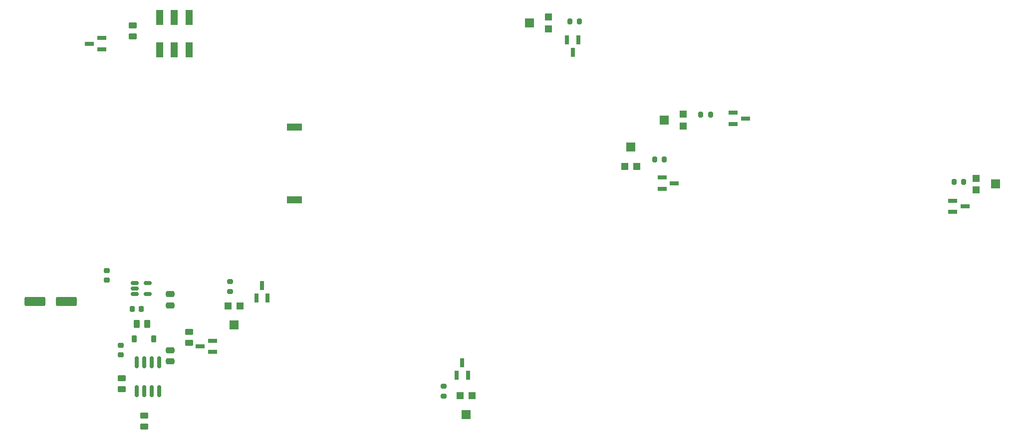
<source format=gbr>
%TF.GenerationSoftware,KiCad,Pcbnew,7.0.6-0*%
%TF.CreationDate,2023-08-22T23:51:49+02:00*%
%TF.ProjectId,tannenbaum,74616e6e-656e-4626-9175-6d2e6b696361,2.0*%
%TF.SameCoordinates,Original*%
%TF.FileFunction,Soldermask,Bot*%
%TF.FilePolarity,Negative*%
%FSLAX46Y46*%
G04 Gerber Fmt 4.6, Leading zero omitted, Abs format (unit mm)*
G04 Created by KiCad (PCBNEW 7.0.6-0) date 2023-08-22 23:51:49*
%MOMM*%
%LPD*%
G01*
G04 APERTURE LIST*
G04 Aperture macros list*
%AMRoundRect*
0 Rectangle with rounded corners*
0 $1 Rounding radius*
0 $2 $3 $4 $5 $6 $7 $8 $9 X,Y pos of 4 corners*
0 Add a 4 corners polygon primitive as box body*
4,1,4,$2,$3,$4,$5,$6,$7,$8,$9,$2,$3,0*
0 Add four circle primitives for the rounded corners*
1,1,$1+$1,$2,$3*
1,1,$1+$1,$4,$5*
1,1,$1+$1,$6,$7*
1,1,$1+$1,$8,$9*
0 Add four rect primitives between the rounded corners*
20,1,$1+$1,$2,$3,$4,$5,0*
20,1,$1+$1,$4,$5,$6,$7,0*
20,1,$1+$1,$6,$7,$8,$9,0*
20,1,$1+$1,$8,$9,$2,$3,0*%
G04 Aperture macros list end*
%ADD10RoundRect,0.150000X0.150000X-0.825000X0.150000X0.825000X-0.150000X0.825000X-0.150000X-0.825000X0*%
%ADD11RoundRect,0.150000X-0.512500X-0.150000X0.512500X-0.150000X0.512500X0.150000X-0.512500X0.150000X0*%
%ADD12RoundRect,0.250000X0.450000X-0.262500X0.450000X0.262500X-0.450000X0.262500X-0.450000X-0.262500X0*%
%ADD13R,1.200000X1.200000*%
%ADD14R,1.500000X1.600000*%
%ADD15RoundRect,0.200000X-0.200000X-0.275000X0.200000X-0.275000X0.200000X0.275000X-0.200000X0.275000X0*%
%ADD16RoundRect,0.200000X0.200000X0.275000X-0.200000X0.275000X-0.200000X-0.275000X0.200000X-0.275000X0*%
%ADD17R,1.600000X1.500000*%
%ADD18RoundRect,0.250000X-0.450000X0.262500X-0.450000X-0.262500X0.450000X-0.262500X0.450000X0.262500X0*%
%ADD19RoundRect,0.070000X0.650000X0.300000X-0.650000X0.300000X-0.650000X-0.300000X0.650000X-0.300000X0*%
%ADD20RoundRect,0.070000X-0.650000X-0.300000X0.650000X-0.300000X0.650000X0.300000X-0.650000X0.300000X0*%
%ADD21RoundRect,0.200000X-0.275000X0.200000X-0.275000X-0.200000X0.275000X-0.200000X0.275000X0.200000X0*%
%ADD22RoundRect,0.250000X-0.262500X-0.450000X0.262500X-0.450000X0.262500X0.450000X-0.262500X0.450000X0*%
%ADD23RoundRect,0.225000X-0.225000X-0.375000X0.225000X-0.375000X0.225000X0.375000X-0.225000X0.375000X0*%
%ADD24RoundRect,0.225000X0.225000X0.250000X-0.225000X0.250000X-0.225000X-0.250000X0.225000X-0.250000X0*%
%ADD25RoundRect,0.250000X-0.475000X0.250000X-0.475000X-0.250000X0.475000X-0.250000X0.475000X0.250000X0*%
%ADD26RoundRect,0.225000X0.250000X-0.225000X0.250000X0.225000X-0.250000X0.225000X-0.250000X-0.225000X0*%
%ADD27RoundRect,0.225000X-0.250000X0.225000X-0.250000X-0.225000X0.250000X-0.225000X0.250000X0.225000X0*%
%ADD28R,2.540000X1.270000*%
%ADD29R,1.200000X2.500000*%
%ADD30RoundRect,0.250000X1.500000X0.550000X-1.500000X0.550000X-1.500000X-0.550000X1.500000X-0.550000X0*%
%ADD31RoundRect,0.070000X0.300000X-0.650000X0.300000X0.650000X-0.300000X0.650000X-0.300000X-0.650000X0*%
%ADD32RoundRect,0.070000X-0.300000X0.650000X-0.300000X-0.650000X0.300000X-0.650000X0.300000X0.650000X0*%
G04 APERTURE END LIST*
D10*
%TO.C,U1*%
X73025000Y-132080000D03*
X71755000Y-132080000D03*
X70485000Y-132080000D03*
X69215000Y-132080000D03*
X69215000Y-127130000D03*
X70485000Y-127130000D03*
X71755000Y-127130000D03*
X73025000Y-127130000D03*
%TD*%
D11*
%TO.C,U2*%
X71120000Y-115570000D03*
X71120000Y-113670000D03*
X68845000Y-113670000D03*
X68845000Y-114620000D03*
X68845000Y-115570000D03*
%TD*%
D12*
%TO.C,R17*%
X68580000Y-69930000D03*
X68580000Y-71755000D03*
%TD*%
D13*
%TO.C,R16*%
X211665000Y-97885000D03*
D14*
X214915000Y-96885000D03*
D13*
X211665000Y-95885000D03*
%TD*%
D15*
%TO.C,R15*%
X207900000Y-96520000D03*
X209550000Y-96520000D03*
%TD*%
D13*
%TO.C,R14*%
X139065000Y-70485000D03*
D14*
X135815000Y-69485000D03*
D13*
X139065000Y-68485000D03*
%TD*%
D16*
%TO.C,R13*%
X142685000Y-69215000D03*
X144335000Y-69215000D03*
%TD*%
D13*
%TO.C,R12*%
X84725000Y-117580000D03*
D17*
X85725000Y-120830000D03*
D13*
X86725000Y-117580000D03*
%TD*%
D18*
%TO.C,R10*%
X78105000Y-123825000D03*
X78105000Y-122000000D03*
%TD*%
D13*
%TO.C,R9*%
X152035000Y-93875000D03*
D17*
X153035000Y-90625000D03*
D13*
X154035000Y-93875000D03*
%TD*%
D16*
%TO.C,R8*%
X157100000Y-92710000D03*
X158750000Y-92710000D03*
%TD*%
D13*
%TO.C,R7*%
X126095000Y-132820000D03*
D17*
X125095000Y-136070000D03*
D13*
X124095000Y-132820000D03*
%TD*%
%TO.C,R5*%
X161925000Y-86995000D03*
D14*
X158675000Y-85995000D03*
D13*
X161925000Y-84995000D03*
%TD*%
D19*
%TO.C,Q8*%
X63280000Y-72075000D03*
X63280000Y-73975000D03*
X61180000Y-73025000D03*
%TD*%
D20*
%TO.C,Q7*%
X207645000Y-101600000D03*
X207645000Y-99700000D03*
X209745000Y-100650000D03*
%TD*%
D21*
%TO.C,R11*%
X85090000Y-113475000D03*
X85090000Y-115125000D03*
%TD*%
%TO.C,R6*%
X121285000Y-132905000D03*
X121285000Y-131255000D03*
%TD*%
D12*
%TO.C,R3*%
X66675000Y-129897500D03*
X66675000Y-131722500D03*
%TD*%
D22*
%TO.C,R2*%
X71040000Y-120650000D03*
X69215000Y-120650000D03*
%TD*%
D12*
%TO.C,R1*%
X70485000Y-136247500D03*
X70485000Y-138072500D03*
%TD*%
D23*
%TO.C,D1*%
X72135000Y-123190000D03*
X68835000Y-123190000D03*
%TD*%
D24*
%TO.C,C6*%
X68440000Y-118110000D03*
X69990000Y-118110000D03*
%TD*%
D25*
%TO.C,C5*%
X74930000Y-117470000D03*
X74930000Y-115570000D03*
%TD*%
%TO.C,C2*%
X74930000Y-127000000D03*
X74930000Y-125100000D03*
%TD*%
D26*
%TO.C,C1*%
X66535000Y-124320000D03*
X66535000Y-125870000D03*
%TD*%
D27*
%TO.C,C4*%
X64135000Y-111620000D03*
X64135000Y-113170000D03*
%TD*%
D28*
%TO.C,BT1*%
X95982500Y-99520000D03*
X95982500Y-87170000D03*
%TD*%
D29*
%TO.C,SW1*%
X73105000Y-68580000D03*
X75605000Y-68580000D03*
X78105000Y-68580000D03*
X73105000Y-74080000D03*
X75605000Y-74080000D03*
X78105000Y-74080000D03*
%TD*%
D19*
%TO.C,Q4*%
X80010000Y-124460000D03*
X82110000Y-125410000D03*
X82110000Y-123510000D03*
%TD*%
D16*
%TO.C,R4*%
X164910000Y-85090000D03*
X166560000Y-85090000D03*
%TD*%
D30*
%TO.C,C3*%
X51910000Y-116840000D03*
X57310000Y-116840000D03*
%TD*%
D31*
%TO.C,Q5*%
X91440000Y-116205000D03*
X89540000Y-116205000D03*
X90490000Y-114105000D03*
%TD*%
D20*
%TO.C,Q3*%
X160435000Y-96740000D03*
X158335000Y-95790000D03*
X158335000Y-97690000D03*
%TD*%
%TO.C,Q1*%
X172500000Y-85725000D03*
X170400000Y-84775000D03*
X170400000Y-86675000D03*
%TD*%
D31*
%TO.C,Q2*%
X124460000Y-127220000D03*
X123510000Y-129320000D03*
X125410000Y-129320000D03*
%TD*%
D32*
%TO.C,Q6*%
X143195000Y-74490000D03*
X144145000Y-72390000D03*
X142245000Y-72390000D03*
%TD*%
M02*

</source>
